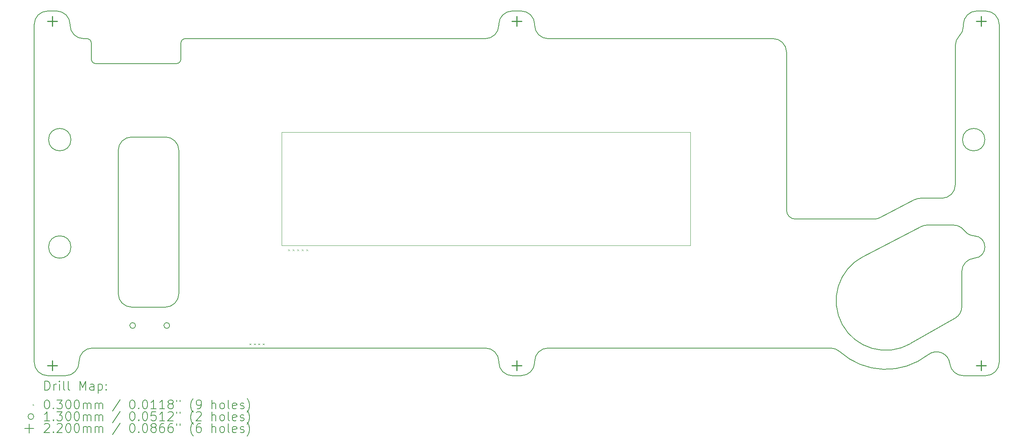
<source format=gbr>
%TF.GenerationSoftware,KiCad,Pcbnew,7.0.2-0*%
%TF.CreationDate,2024-05-09T13:19:16-07:00*%
%TF.ProjectId,New_Coil_Panel_Y,4e65775f-436f-4696-9c5f-50616e656c5f,2.0*%
%TF.SameCoordinates,Original*%
%TF.FileFunction,Drillmap*%
%TF.FilePolarity,Positive*%
%FSLAX45Y45*%
G04 Gerber Fmt 4.5, Leading zero omitted, Abs format (unit mm)*
G04 Created by KiCad (PCBNEW 7.0.2-0) date 2024-05-09 13:19:16*
%MOMM*%
%LPD*%
G01*
G04 APERTURE LIST*
%ADD10C,0.200000*%
%ADD11C,0.100000*%
%ADD12C,0.030000*%
%ADD13C,0.130000*%
%ADD14C,0.220000*%
G04 APERTURE END LIST*
D10*
X16012163Y-12683600D02*
X16012163Y-12666100D01*
X22823237Y-12443994D02*
G75*
G03*
X24801787Y-12514371I1030913J1135394D01*
G01*
X16312163Y-12366093D02*
G75*
G03*
X16012163Y-12666100I7J-300007D01*
G01*
X16312163Y-12366100D02*
X22621570Y-12366100D01*
X5637170Y-5151100D02*
G75*
G03*
X5937163Y-5451100I299990J-10D01*
G01*
X26067163Y-7708600D02*
G75*
G03*
X26067163Y-7708600I-250000J0D01*
G01*
X5537163Y-12983593D02*
G75*
G03*
X5837163Y-12683600I7J299993D01*
G01*
X7013483Y-7648990D02*
X7765963Y-7648990D01*
X5637163Y-5151100D02*
X5637163Y-5133600D01*
X7765963Y-11452383D02*
G75*
G03*
X8065963Y-11152390I7J299993D01*
G01*
X15712163Y-12983593D02*
G75*
G03*
X16012163Y-12683600I7J299993D01*
G01*
X14912163Y-5451093D02*
G75*
G03*
X15212163Y-5151100I7J299993D01*
G01*
X15212170Y-12666100D02*
G75*
G03*
X14912163Y-12366100I-300010J-10D01*
G01*
X15712163Y-4833600D02*
X15512163Y-4833600D01*
X15512163Y-12983600D02*
X15712163Y-12983600D01*
X7765963Y-11452390D02*
X7013483Y-11452390D01*
X15212163Y-12666100D02*
X15212163Y-12683600D01*
X6137163Y-12366093D02*
G75*
G03*
X5837163Y-12666100I7J-300007D01*
G01*
X15512163Y-4833593D02*
G75*
G03*
X15212163Y-5133600I7J-300007D01*
G01*
X25583450Y-12983600D02*
X26087163Y-12983600D01*
X15212170Y-12683600D02*
G75*
G03*
X15512163Y-12983600I299990J-10D01*
G01*
X16012170Y-5133600D02*
G75*
G03*
X15712163Y-4833600I-300010J-10D01*
G01*
X14912163Y-5451100D02*
X8212163Y-5451100D01*
X16012170Y-5151100D02*
G75*
G03*
X16312163Y-5451100I299990J-10D01*
G01*
X8112163Y-5551100D02*
X8112163Y-5908600D01*
X8012163Y-6008593D02*
G75*
G03*
X8112163Y-5908600I7J99993D01*
G01*
X7013483Y-7648983D02*
G75*
G03*
X6713483Y-7948990I7J-300007D01*
G01*
X4837170Y-12683600D02*
G75*
G03*
X5137163Y-12983600I299990J-10D01*
G01*
X24780746Y-9618600D02*
X25366153Y-9618600D01*
X26387170Y-5133600D02*
G75*
G03*
X26087163Y-4833600I-300010J-10D01*
G01*
X16012163Y-5151100D02*
X16012163Y-5133600D01*
X5137163Y-4833593D02*
G75*
G03*
X4837163Y-5133600I7J-300007D01*
G01*
X8212163Y-5451093D02*
G75*
G03*
X8112163Y-5551100I7J-100007D01*
G01*
X6112163Y-5908600D02*
X6112163Y-5551100D01*
X6137163Y-12366100D02*
X14912163Y-12366100D01*
X25496905Y-5390416D02*
G75*
G03*
X25406649Y-5604911I209745J-214494D01*
G01*
X6012163Y-5451100D02*
X5937163Y-5451100D01*
X24634551Y-9018598D02*
G75*
G03*
X24496549Y-9052225I-1J-299982D01*
G01*
X25606452Y-9738997D02*
G75*
G03*
X25366153Y-9618600I-240302J-179613D01*
G01*
X25401581Y-11699996D02*
G75*
G03*
X25552649Y-11439572I-148942J260426D01*
G01*
X23590801Y-9483600D02*
X21837163Y-9483600D01*
X25887163Y-4833593D02*
G75*
G03*
X25587163Y-5133600I7J-300007D01*
G01*
X25401580Y-11699994D02*
X24404184Y-12270391D01*
X15212163Y-5133600D02*
X15212163Y-5151100D01*
X25833293Y-10358079D02*
G75*
G03*
X25830611Y-9858962I-16133J249479D01*
G01*
X8065970Y-7948990D02*
G75*
G03*
X7765963Y-7648990I-300010J-10D01*
G01*
X6713483Y-11152390D02*
X6713483Y-7948990D01*
X26087163Y-12983593D02*
G75*
G03*
X26387163Y-12683600I7J299993D01*
G01*
X5637170Y-5133600D02*
G75*
G03*
X5337163Y-4833600I-300010J-10D01*
G01*
X25833293Y-10358083D02*
G75*
G03*
X25552649Y-10657454I19347J-299367D01*
G01*
X25496906Y-5390416D02*
G75*
G03*
X25587163Y-5175922I-209746J214496D01*
G01*
X25606449Y-9739000D02*
G75*
G03*
X25830611Y-9858962I240311J179630D01*
G01*
X25406649Y-5604911D02*
X25406649Y-8718600D01*
X25106649Y-9018600D02*
X24634551Y-9018600D01*
X8012163Y-6008600D02*
X6212163Y-6008600D01*
X5657163Y-7708600D02*
G75*
G03*
X5657163Y-7708600I-250000J0D01*
G01*
X22823236Y-12443996D02*
G75*
G03*
X22621570Y-12366100I-201656J-222074D01*
G01*
X25552649Y-10657454D02*
X25552649Y-11439572D01*
X25587163Y-5133600D02*
X25587163Y-5175922D01*
X6713490Y-11152390D02*
G75*
G03*
X7013483Y-11452390I299990J-10D01*
G01*
X23344479Y-10324823D02*
X24642744Y-9652225D01*
X25106649Y-9018599D02*
G75*
G03*
X25406649Y-8718600I1J299999D01*
G01*
X4837163Y-5133600D02*
X4837163Y-12683600D01*
X5137163Y-12983600D02*
X5537163Y-12983600D01*
X23344480Y-10324824D02*
G75*
G03*
X24404184Y-12270391I509670J-983776D01*
G01*
X21637163Y-9283600D02*
X21637163Y-5751100D01*
X26387163Y-12683600D02*
X26387163Y-5133600D01*
X6112170Y-5551100D02*
G75*
G03*
X6012163Y-5451100I-100010J-10D01*
G01*
X24496549Y-9052225D02*
X23728803Y-9449975D01*
X6112170Y-5908600D02*
G75*
G03*
X6212163Y-6008600I99990J-10D01*
G01*
X5837163Y-12683600D02*
X5837163Y-12666100D01*
X23590801Y-9483598D02*
G75*
G03*
X23728803Y-9449975I-2J300018D01*
G01*
X25285306Y-12716922D02*
G75*
G03*
X24801787Y-12514371I-298146J-33328D01*
G01*
X25285307Y-12716922D02*
G75*
G03*
X25583450Y-12983600I298153J33332D01*
G01*
X21337163Y-5451100D02*
X16312163Y-5451100D01*
X21637170Y-5751100D02*
G75*
G03*
X21337163Y-5451100I-300010J-10D01*
G01*
X5337163Y-4833600D02*
X5137163Y-4833600D01*
X5657163Y-10108600D02*
G75*
G03*
X5657163Y-10108600I-250000J0D01*
G01*
X26087163Y-4833600D02*
X25887163Y-4833600D01*
D11*
X10363200Y-7543800D02*
X19488070Y-7543800D01*
X19488070Y-10074163D01*
X10363200Y-10074163D01*
X10363200Y-7543800D01*
D10*
X21637170Y-9283600D02*
G75*
G03*
X21837163Y-9483600I199990J-10D01*
G01*
X24780746Y-9618602D02*
G75*
G03*
X24642744Y-9652225I4J-300028D01*
G01*
X8065963Y-7948990D02*
X8065963Y-11152390D01*
D12*
X9646769Y-12263388D02*
X9676769Y-12293388D01*
X9676769Y-12263388D02*
X9646769Y-12293388D01*
X9748369Y-12263388D02*
X9778369Y-12293388D01*
X9778369Y-12263388D02*
X9748369Y-12293388D01*
X9840200Y-12263388D02*
X9870200Y-12293388D01*
X9870200Y-12263388D02*
X9840200Y-12293388D01*
X9941800Y-12263388D02*
X9971800Y-12293388D01*
X9971800Y-12263388D02*
X9941800Y-12293388D01*
X10510369Y-10158388D02*
X10540369Y-10188388D01*
X10540369Y-10158388D02*
X10510369Y-10188388D01*
X10611969Y-10158388D02*
X10641969Y-10188388D01*
X10641969Y-10158388D02*
X10611969Y-10188388D01*
X10713569Y-10158388D02*
X10743569Y-10188388D01*
X10743569Y-10158388D02*
X10713569Y-10188388D01*
X10815169Y-10158388D02*
X10845169Y-10188388D01*
X10845169Y-10158388D02*
X10815169Y-10188388D01*
X10916769Y-10158388D02*
X10946769Y-10188388D01*
X10946769Y-10158388D02*
X10916769Y-10188388D01*
D13*
X7099800Y-11862600D02*
G75*
G03*
X7099800Y-11862600I-65000J0D01*
G01*
X7861800Y-11862600D02*
G75*
G03*
X7861800Y-11862600I-65000J0D01*
G01*
D14*
X5237163Y-4948600D02*
X5237163Y-5168600D01*
X5127163Y-5058600D02*
X5347163Y-5058600D01*
X5237163Y-12648600D02*
X5237163Y-12868600D01*
X5127163Y-12758600D02*
X5347163Y-12758600D01*
X15612163Y-4948600D02*
X15612163Y-5168600D01*
X15502163Y-5058600D02*
X15722163Y-5058600D01*
X15612163Y-12648600D02*
X15612163Y-12868600D01*
X15502163Y-12758600D02*
X15722163Y-12758600D01*
X25987163Y-4948600D02*
X25987163Y-5168600D01*
X25877163Y-5058600D02*
X26097163Y-5058600D01*
X25987163Y-12648600D02*
X25987163Y-12868600D01*
X25877163Y-12758600D02*
X26097163Y-12758600D01*
D10*
X5074782Y-13306124D02*
X5074782Y-13106124D01*
X5074782Y-13106124D02*
X5122401Y-13106124D01*
X5122401Y-13106124D02*
X5150973Y-13115648D01*
X5150973Y-13115648D02*
X5170020Y-13134695D01*
X5170020Y-13134695D02*
X5179544Y-13153743D01*
X5179544Y-13153743D02*
X5189068Y-13191838D01*
X5189068Y-13191838D02*
X5189068Y-13220409D01*
X5189068Y-13220409D02*
X5179544Y-13258505D01*
X5179544Y-13258505D02*
X5170020Y-13277552D01*
X5170020Y-13277552D02*
X5150973Y-13296600D01*
X5150973Y-13296600D02*
X5122401Y-13306124D01*
X5122401Y-13306124D02*
X5074782Y-13306124D01*
X5274782Y-13306124D02*
X5274782Y-13172790D01*
X5274782Y-13210886D02*
X5284306Y-13191838D01*
X5284306Y-13191838D02*
X5293830Y-13182314D01*
X5293830Y-13182314D02*
X5312877Y-13172790D01*
X5312877Y-13172790D02*
X5331925Y-13172790D01*
X5398592Y-13306124D02*
X5398592Y-13172790D01*
X5398592Y-13106124D02*
X5389068Y-13115648D01*
X5389068Y-13115648D02*
X5398592Y-13125171D01*
X5398592Y-13125171D02*
X5408115Y-13115648D01*
X5408115Y-13115648D02*
X5398592Y-13106124D01*
X5398592Y-13106124D02*
X5398592Y-13125171D01*
X5522401Y-13306124D02*
X5503354Y-13296600D01*
X5503354Y-13296600D02*
X5493830Y-13277552D01*
X5493830Y-13277552D02*
X5493830Y-13106124D01*
X5627163Y-13306124D02*
X5608115Y-13296600D01*
X5608115Y-13296600D02*
X5598592Y-13277552D01*
X5598592Y-13277552D02*
X5598592Y-13106124D01*
X5855734Y-13306124D02*
X5855734Y-13106124D01*
X5855734Y-13106124D02*
X5922401Y-13248981D01*
X5922401Y-13248981D02*
X5989068Y-13106124D01*
X5989068Y-13106124D02*
X5989068Y-13306124D01*
X6170020Y-13306124D02*
X6170020Y-13201362D01*
X6170020Y-13201362D02*
X6160496Y-13182314D01*
X6160496Y-13182314D02*
X6141449Y-13172790D01*
X6141449Y-13172790D02*
X6103353Y-13172790D01*
X6103353Y-13172790D02*
X6084306Y-13182314D01*
X6170020Y-13296600D02*
X6150973Y-13306124D01*
X6150973Y-13306124D02*
X6103353Y-13306124D01*
X6103353Y-13306124D02*
X6084306Y-13296600D01*
X6084306Y-13296600D02*
X6074782Y-13277552D01*
X6074782Y-13277552D02*
X6074782Y-13258505D01*
X6074782Y-13258505D02*
X6084306Y-13239457D01*
X6084306Y-13239457D02*
X6103353Y-13229933D01*
X6103353Y-13229933D02*
X6150973Y-13229933D01*
X6150973Y-13229933D02*
X6170020Y-13220409D01*
X6265258Y-13172790D02*
X6265258Y-13372790D01*
X6265258Y-13182314D02*
X6284306Y-13172790D01*
X6284306Y-13172790D02*
X6322401Y-13172790D01*
X6322401Y-13172790D02*
X6341449Y-13182314D01*
X6341449Y-13182314D02*
X6350973Y-13191838D01*
X6350973Y-13191838D02*
X6360496Y-13210886D01*
X6360496Y-13210886D02*
X6360496Y-13268028D01*
X6360496Y-13268028D02*
X6350973Y-13287076D01*
X6350973Y-13287076D02*
X6341449Y-13296600D01*
X6341449Y-13296600D02*
X6322401Y-13306124D01*
X6322401Y-13306124D02*
X6284306Y-13306124D01*
X6284306Y-13306124D02*
X6265258Y-13296600D01*
X6446211Y-13287076D02*
X6455734Y-13296600D01*
X6455734Y-13296600D02*
X6446211Y-13306124D01*
X6446211Y-13306124D02*
X6436687Y-13296600D01*
X6436687Y-13296600D02*
X6446211Y-13287076D01*
X6446211Y-13287076D02*
X6446211Y-13306124D01*
X6446211Y-13182314D02*
X6455734Y-13191838D01*
X6455734Y-13191838D02*
X6446211Y-13201362D01*
X6446211Y-13201362D02*
X6436687Y-13191838D01*
X6436687Y-13191838D02*
X6446211Y-13182314D01*
X6446211Y-13182314D02*
X6446211Y-13201362D01*
D12*
X4797163Y-13618600D02*
X4827163Y-13648600D01*
X4827163Y-13618600D02*
X4797163Y-13648600D01*
D10*
X5112877Y-13526124D02*
X5131925Y-13526124D01*
X5131925Y-13526124D02*
X5150973Y-13535648D01*
X5150973Y-13535648D02*
X5160496Y-13545171D01*
X5160496Y-13545171D02*
X5170020Y-13564219D01*
X5170020Y-13564219D02*
X5179544Y-13602314D01*
X5179544Y-13602314D02*
X5179544Y-13649933D01*
X5179544Y-13649933D02*
X5170020Y-13688028D01*
X5170020Y-13688028D02*
X5160496Y-13707076D01*
X5160496Y-13707076D02*
X5150973Y-13716600D01*
X5150973Y-13716600D02*
X5131925Y-13726124D01*
X5131925Y-13726124D02*
X5112877Y-13726124D01*
X5112877Y-13726124D02*
X5093830Y-13716600D01*
X5093830Y-13716600D02*
X5084306Y-13707076D01*
X5084306Y-13707076D02*
X5074782Y-13688028D01*
X5074782Y-13688028D02*
X5065258Y-13649933D01*
X5065258Y-13649933D02*
X5065258Y-13602314D01*
X5065258Y-13602314D02*
X5074782Y-13564219D01*
X5074782Y-13564219D02*
X5084306Y-13545171D01*
X5084306Y-13545171D02*
X5093830Y-13535648D01*
X5093830Y-13535648D02*
X5112877Y-13526124D01*
X5265258Y-13707076D02*
X5274782Y-13716600D01*
X5274782Y-13716600D02*
X5265258Y-13726124D01*
X5265258Y-13726124D02*
X5255735Y-13716600D01*
X5255735Y-13716600D02*
X5265258Y-13707076D01*
X5265258Y-13707076D02*
X5265258Y-13726124D01*
X5341449Y-13526124D02*
X5465258Y-13526124D01*
X5465258Y-13526124D02*
X5398592Y-13602314D01*
X5398592Y-13602314D02*
X5427163Y-13602314D01*
X5427163Y-13602314D02*
X5446211Y-13611838D01*
X5446211Y-13611838D02*
X5455735Y-13621362D01*
X5455735Y-13621362D02*
X5465258Y-13640409D01*
X5465258Y-13640409D02*
X5465258Y-13688028D01*
X5465258Y-13688028D02*
X5455735Y-13707076D01*
X5455735Y-13707076D02*
X5446211Y-13716600D01*
X5446211Y-13716600D02*
X5427163Y-13726124D01*
X5427163Y-13726124D02*
X5370020Y-13726124D01*
X5370020Y-13726124D02*
X5350973Y-13716600D01*
X5350973Y-13716600D02*
X5341449Y-13707076D01*
X5589068Y-13526124D02*
X5608115Y-13526124D01*
X5608115Y-13526124D02*
X5627163Y-13535648D01*
X5627163Y-13535648D02*
X5636687Y-13545171D01*
X5636687Y-13545171D02*
X5646211Y-13564219D01*
X5646211Y-13564219D02*
X5655734Y-13602314D01*
X5655734Y-13602314D02*
X5655734Y-13649933D01*
X5655734Y-13649933D02*
X5646211Y-13688028D01*
X5646211Y-13688028D02*
X5636687Y-13707076D01*
X5636687Y-13707076D02*
X5627163Y-13716600D01*
X5627163Y-13716600D02*
X5608115Y-13726124D01*
X5608115Y-13726124D02*
X5589068Y-13726124D01*
X5589068Y-13726124D02*
X5570020Y-13716600D01*
X5570020Y-13716600D02*
X5560496Y-13707076D01*
X5560496Y-13707076D02*
X5550973Y-13688028D01*
X5550973Y-13688028D02*
X5541449Y-13649933D01*
X5541449Y-13649933D02*
X5541449Y-13602314D01*
X5541449Y-13602314D02*
X5550973Y-13564219D01*
X5550973Y-13564219D02*
X5560496Y-13545171D01*
X5560496Y-13545171D02*
X5570020Y-13535648D01*
X5570020Y-13535648D02*
X5589068Y-13526124D01*
X5779544Y-13526124D02*
X5798592Y-13526124D01*
X5798592Y-13526124D02*
X5817639Y-13535648D01*
X5817639Y-13535648D02*
X5827163Y-13545171D01*
X5827163Y-13545171D02*
X5836687Y-13564219D01*
X5836687Y-13564219D02*
X5846211Y-13602314D01*
X5846211Y-13602314D02*
X5846211Y-13649933D01*
X5846211Y-13649933D02*
X5836687Y-13688028D01*
X5836687Y-13688028D02*
X5827163Y-13707076D01*
X5827163Y-13707076D02*
X5817639Y-13716600D01*
X5817639Y-13716600D02*
X5798592Y-13726124D01*
X5798592Y-13726124D02*
X5779544Y-13726124D01*
X5779544Y-13726124D02*
X5760496Y-13716600D01*
X5760496Y-13716600D02*
X5750973Y-13707076D01*
X5750973Y-13707076D02*
X5741449Y-13688028D01*
X5741449Y-13688028D02*
X5731925Y-13649933D01*
X5731925Y-13649933D02*
X5731925Y-13602314D01*
X5731925Y-13602314D02*
X5741449Y-13564219D01*
X5741449Y-13564219D02*
X5750973Y-13545171D01*
X5750973Y-13545171D02*
X5760496Y-13535648D01*
X5760496Y-13535648D02*
X5779544Y-13526124D01*
X5931925Y-13726124D02*
X5931925Y-13592790D01*
X5931925Y-13611838D02*
X5941449Y-13602314D01*
X5941449Y-13602314D02*
X5960496Y-13592790D01*
X5960496Y-13592790D02*
X5989068Y-13592790D01*
X5989068Y-13592790D02*
X6008115Y-13602314D01*
X6008115Y-13602314D02*
X6017639Y-13621362D01*
X6017639Y-13621362D02*
X6017639Y-13726124D01*
X6017639Y-13621362D02*
X6027163Y-13602314D01*
X6027163Y-13602314D02*
X6046211Y-13592790D01*
X6046211Y-13592790D02*
X6074782Y-13592790D01*
X6074782Y-13592790D02*
X6093830Y-13602314D01*
X6093830Y-13602314D02*
X6103354Y-13621362D01*
X6103354Y-13621362D02*
X6103354Y-13726124D01*
X6198592Y-13726124D02*
X6198592Y-13592790D01*
X6198592Y-13611838D02*
X6208115Y-13602314D01*
X6208115Y-13602314D02*
X6227163Y-13592790D01*
X6227163Y-13592790D02*
X6255735Y-13592790D01*
X6255735Y-13592790D02*
X6274782Y-13602314D01*
X6274782Y-13602314D02*
X6284306Y-13621362D01*
X6284306Y-13621362D02*
X6284306Y-13726124D01*
X6284306Y-13621362D02*
X6293830Y-13602314D01*
X6293830Y-13602314D02*
X6312877Y-13592790D01*
X6312877Y-13592790D02*
X6341449Y-13592790D01*
X6341449Y-13592790D02*
X6360496Y-13602314D01*
X6360496Y-13602314D02*
X6370020Y-13621362D01*
X6370020Y-13621362D02*
X6370020Y-13726124D01*
X6760496Y-13516600D02*
X6589068Y-13773743D01*
X7017639Y-13526124D02*
X7036687Y-13526124D01*
X7036687Y-13526124D02*
X7055735Y-13535648D01*
X7055735Y-13535648D02*
X7065258Y-13545171D01*
X7065258Y-13545171D02*
X7074782Y-13564219D01*
X7074782Y-13564219D02*
X7084306Y-13602314D01*
X7084306Y-13602314D02*
X7084306Y-13649933D01*
X7084306Y-13649933D02*
X7074782Y-13688028D01*
X7074782Y-13688028D02*
X7065258Y-13707076D01*
X7065258Y-13707076D02*
X7055735Y-13716600D01*
X7055735Y-13716600D02*
X7036687Y-13726124D01*
X7036687Y-13726124D02*
X7017639Y-13726124D01*
X7017639Y-13726124D02*
X6998592Y-13716600D01*
X6998592Y-13716600D02*
X6989068Y-13707076D01*
X6989068Y-13707076D02*
X6979544Y-13688028D01*
X6979544Y-13688028D02*
X6970020Y-13649933D01*
X6970020Y-13649933D02*
X6970020Y-13602314D01*
X6970020Y-13602314D02*
X6979544Y-13564219D01*
X6979544Y-13564219D02*
X6989068Y-13545171D01*
X6989068Y-13545171D02*
X6998592Y-13535648D01*
X6998592Y-13535648D02*
X7017639Y-13526124D01*
X7170020Y-13707076D02*
X7179544Y-13716600D01*
X7179544Y-13716600D02*
X7170020Y-13726124D01*
X7170020Y-13726124D02*
X7160497Y-13716600D01*
X7160497Y-13716600D02*
X7170020Y-13707076D01*
X7170020Y-13707076D02*
X7170020Y-13726124D01*
X7303354Y-13526124D02*
X7322401Y-13526124D01*
X7322401Y-13526124D02*
X7341449Y-13535648D01*
X7341449Y-13535648D02*
X7350973Y-13545171D01*
X7350973Y-13545171D02*
X7360497Y-13564219D01*
X7360497Y-13564219D02*
X7370020Y-13602314D01*
X7370020Y-13602314D02*
X7370020Y-13649933D01*
X7370020Y-13649933D02*
X7360497Y-13688028D01*
X7360497Y-13688028D02*
X7350973Y-13707076D01*
X7350973Y-13707076D02*
X7341449Y-13716600D01*
X7341449Y-13716600D02*
X7322401Y-13726124D01*
X7322401Y-13726124D02*
X7303354Y-13726124D01*
X7303354Y-13726124D02*
X7284306Y-13716600D01*
X7284306Y-13716600D02*
X7274782Y-13707076D01*
X7274782Y-13707076D02*
X7265258Y-13688028D01*
X7265258Y-13688028D02*
X7255735Y-13649933D01*
X7255735Y-13649933D02*
X7255735Y-13602314D01*
X7255735Y-13602314D02*
X7265258Y-13564219D01*
X7265258Y-13564219D02*
X7274782Y-13545171D01*
X7274782Y-13545171D02*
X7284306Y-13535648D01*
X7284306Y-13535648D02*
X7303354Y-13526124D01*
X7560497Y-13726124D02*
X7446211Y-13726124D01*
X7503354Y-13726124D02*
X7503354Y-13526124D01*
X7503354Y-13526124D02*
X7484306Y-13554695D01*
X7484306Y-13554695D02*
X7465258Y-13573743D01*
X7465258Y-13573743D02*
X7446211Y-13583267D01*
X7750973Y-13726124D02*
X7636687Y-13726124D01*
X7693830Y-13726124D02*
X7693830Y-13526124D01*
X7693830Y-13526124D02*
X7674782Y-13554695D01*
X7674782Y-13554695D02*
X7655735Y-13573743D01*
X7655735Y-13573743D02*
X7636687Y-13583267D01*
X7865258Y-13611838D02*
X7846211Y-13602314D01*
X7846211Y-13602314D02*
X7836687Y-13592790D01*
X7836687Y-13592790D02*
X7827163Y-13573743D01*
X7827163Y-13573743D02*
X7827163Y-13564219D01*
X7827163Y-13564219D02*
X7836687Y-13545171D01*
X7836687Y-13545171D02*
X7846211Y-13535648D01*
X7846211Y-13535648D02*
X7865258Y-13526124D01*
X7865258Y-13526124D02*
X7903354Y-13526124D01*
X7903354Y-13526124D02*
X7922401Y-13535648D01*
X7922401Y-13535648D02*
X7931925Y-13545171D01*
X7931925Y-13545171D02*
X7941449Y-13564219D01*
X7941449Y-13564219D02*
X7941449Y-13573743D01*
X7941449Y-13573743D02*
X7931925Y-13592790D01*
X7931925Y-13592790D02*
X7922401Y-13602314D01*
X7922401Y-13602314D02*
X7903354Y-13611838D01*
X7903354Y-13611838D02*
X7865258Y-13611838D01*
X7865258Y-13611838D02*
X7846211Y-13621362D01*
X7846211Y-13621362D02*
X7836687Y-13630886D01*
X7836687Y-13630886D02*
X7827163Y-13649933D01*
X7827163Y-13649933D02*
X7827163Y-13688028D01*
X7827163Y-13688028D02*
X7836687Y-13707076D01*
X7836687Y-13707076D02*
X7846211Y-13716600D01*
X7846211Y-13716600D02*
X7865258Y-13726124D01*
X7865258Y-13726124D02*
X7903354Y-13726124D01*
X7903354Y-13726124D02*
X7922401Y-13716600D01*
X7922401Y-13716600D02*
X7931925Y-13707076D01*
X7931925Y-13707076D02*
X7941449Y-13688028D01*
X7941449Y-13688028D02*
X7941449Y-13649933D01*
X7941449Y-13649933D02*
X7931925Y-13630886D01*
X7931925Y-13630886D02*
X7922401Y-13621362D01*
X7922401Y-13621362D02*
X7903354Y-13611838D01*
X8017639Y-13526124D02*
X8017639Y-13564219D01*
X8093830Y-13526124D02*
X8093830Y-13564219D01*
X8389068Y-13802314D02*
X8379544Y-13792790D01*
X8379544Y-13792790D02*
X8360497Y-13764219D01*
X8360497Y-13764219D02*
X8350973Y-13745171D01*
X8350973Y-13745171D02*
X8341449Y-13716600D01*
X8341449Y-13716600D02*
X8331925Y-13668981D01*
X8331925Y-13668981D02*
X8331925Y-13630886D01*
X8331925Y-13630886D02*
X8341449Y-13583267D01*
X8341449Y-13583267D02*
X8350973Y-13554695D01*
X8350973Y-13554695D02*
X8360497Y-13535648D01*
X8360497Y-13535648D02*
X8379544Y-13507076D01*
X8379544Y-13507076D02*
X8389068Y-13497552D01*
X8474782Y-13726124D02*
X8512878Y-13726124D01*
X8512878Y-13726124D02*
X8531925Y-13716600D01*
X8531925Y-13716600D02*
X8541449Y-13707076D01*
X8541449Y-13707076D02*
X8560497Y-13678505D01*
X8560497Y-13678505D02*
X8570021Y-13640409D01*
X8570021Y-13640409D02*
X8570021Y-13564219D01*
X8570021Y-13564219D02*
X8560497Y-13545171D01*
X8560497Y-13545171D02*
X8550973Y-13535648D01*
X8550973Y-13535648D02*
X8531925Y-13526124D01*
X8531925Y-13526124D02*
X8493830Y-13526124D01*
X8493830Y-13526124D02*
X8474782Y-13535648D01*
X8474782Y-13535648D02*
X8465259Y-13545171D01*
X8465259Y-13545171D02*
X8455735Y-13564219D01*
X8455735Y-13564219D02*
X8455735Y-13611838D01*
X8455735Y-13611838D02*
X8465259Y-13630886D01*
X8465259Y-13630886D02*
X8474782Y-13640409D01*
X8474782Y-13640409D02*
X8493830Y-13649933D01*
X8493830Y-13649933D02*
X8531925Y-13649933D01*
X8531925Y-13649933D02*
X8550973Y-13640409D01*
X8550973Y-13640409D02*
X8560497Y-13630886D01*
X8560497Y-13630886D02*
X8570021Y-13611838D01*
X8808116Y-13726124D02*
X8808116Y-13526124D01*
X8893830Y-13726124D02*
X8893830Y-13621362D01*
X8893830Y-13621362D02*
X8884306Y-13602314D01*
X8884306Y-13602314D02*
X8865259Y-13592790D01*
X8865259Y-13592790D02*
X8836687Y-13592790D01*
X8836687Y-13592790D02*
X8817640Y-13602314D01*
X8817640Y-13602314D02*
X8808116Y-13611838D01*
X9017640Y-13726124D02*
X8998592Y-13716600D01*
X8998592Y-13716600D02*
X8989068Y-13707076D01*
X8989068Y-13707076D02*
X8979544Y-13688028D01*
X8979544Y-13688028D02*
X8979544Y-13630886D01*
X8979544Y-13630886D02*
X8989068Y-13611838D01*
X8989068Y-13611838D02*
X8998592Y-13602314D01*
X8998592Y-13602314D02*
X9017640Y-13592790D01*
X9017640Y-13592790D02*
X9046211Y-13592790D01*
X9046211Y-13592790D02*
X9065259Y-13602314D01*
X9065259Y-13602314D02*
X9074783Y-13611838D01*
X9074783Y-13611838D02*
X9084306Y-13630886D01*
X9084306Y-13630886D02*
X9084306Y-13688028D01*
X9084306Y-13688028D02*
X9074783Y-13707076D01*
X9074783Y-13707076D02*
X9065259Y-13716600D01*
X9065259Y-13716600D02*
X9046211Y-13726124D01*
X9046211Y-13726124D02*
X9017640Y-13726124D01*
X9198592Y-13726124D02*
X9179544Y-13716600D01*
X9179544Y-13716600D02*
X9170021Y-13697552D01*
X9170021Y-13697552D02*
X9170021Y-13526124D01*
X9350973Y-13716600D02*
X9331925Y-13726124D01*
X9331925Y-13726124D02*
X9293830Y-13726124D01*
X9293830Y-13726124D02*
X9274783Y-13716600D01*
X9274783Y-13716600D02*
X9265259Y-13697552D01*
X9265259Y-13697552D02*
X9265259Y-13621362D01*
X9265259Y-13621362D02*
X9274783Y-13602314D01*
X9274783Y-13602314D02*
X9293830Y-13592790D01*
X9293830Y-13592790D02*
X9331925Y-13592790D01*
X9331925Y-13592790D02*
X9350973Y-13602314D01*
X9350973Y-13602314D02*
X9360497Y-13621362D01*
X9360497Y-13621362D02*
X9360497Y-13640409D01*
X9360497Y-13640409D02*
X9265259Y-13659457D01*
X9436687Y-13716600D02*
X9455735Y-13726124D01*
X9455735Y-13726124D02*
X9493830Y-13726124D01*
X9493830Y-13726124D02*
X9512878Y-13716600D01*
X9512878Y-13716600D02*
X9522402Y-13697552D01*
X9522402Y-13697552D02*
X9522402Y-13688028D01*
X9522402Y-13688028D02*
X9512878Y-13668981D01*
X9512878Y-13668981D02*
X9493830Y-13659457D01*
X9493830Y-13659457D02*
X9465259Y-13659457D01*
X9465259Y-13659457D02*
X9446211Y-13649933D01*
X9446211Y-13649933D02*
X9436687Y-13630886D01*
X9436687Y-13630886D02*
X9436687Y-13621362D01*
X9436687Y-13621362D02*
X9446211Y-13602314D01*
X9446211Y-13602314D02*
X9465259Y-13592790D01*
X9465259Y-13592790D02*
X9493830Y-13592790D01*
X9493830Y-13592790D02*
X9512878Y-13602314D01*
X9589068Y-13802314D02*
X9598592Y-13792790D01*
X9598592Y-13792790D02*
X9617640Y-13764219D01*
X9617640Y-13764219D02*
X9627164Y-13745171D01*
X9627164Y-13745171D02*
X9636687Y-13716600D01*
X9636687Y-13716600D02*
X9646211Y-13668981D01*
X9646211Y-13668981D02*
X9646211Y-13630886D01*
X9646211Y-13630886D02*
X9636687Y-13583267D01*
X9636687Y-13583267D02*
X9627164Y-13554695D01*
X9627164Y-13554695D02*
X9617640Y-13535648D01*
X9617640Y-13535648D02*
X9598592Y-13507076D01*
X9598592Y-13507076D02*
X9589068Y-13497552D01*
D13*
X4827163Y-13897600D02*
G75*
G03*
X4827163Y-13897600I-65000J0D01*
G01*
D10*
X5179544Y-13990124D02*
X5065258Y-13990124D01*
X5122401Y-13990124D02*
X5122401Y-13790124D01*
X5122401Y-13790124D02*
X5103354Y-13818695D01*
X5103354Y-13818695D02*
X5084306Y-13837743D01*
X5084306Y-13837743D02*
X5065258Y-13847267D01*
X5265258Y-13971076D02*
X5274782Y-13980600D01*
X5274782Y-13980600D02*
X5265258Y-13990124D01*
X5265258Y-13990124D02*
X5255735Y-13980600D01*
X5255735Y-13980600D02*
X5265258Y-13971076D01*
X5265258Y-13971076D02*
X5265258Y-13990124D01*
X5341449Y-13790124D02*
X5465258Y-13790124D01*
X5465258Y-13790124D02*
X5398592Y-13866314D01*
X5398592Y-13866314D02*
X5427163Y-13866314D01*
X5427163Y-13866314D02*
X5446211Y-13875838D01*
X5446211Y-13875838D02*
X5455735Y-13885362D01*
X5455735Y-13885362D02*
X5465258Y-13904409D01*
X5465258Y-13904409D02*
X5465258Y-13952028D01*
X5465258Y-13952028D02*
X5455735Y-13971076D01*
X5455735Y-13971076D02*
X5446211Y-13980600D01*
X5446211Y-13980600D02*
X5427163Y-13990124D01*
X5427163Y-13990124D02*
X5370020Y-13990124D01*
X5370020Y-13990124D02*
X5350973Y-13980600D01*
X5350973Y-13980600D02*
X5341449Y-13971076D01*
X5589068Y-13790124D02*
X5608115Y-13790124D01*
X5608115Y-13790124D02*
X5627163Y-13799648D01*
X5627163Y-13799648D02*
X5636687Y-13809171D01*
X5636687Y-13809171D02*
X5646211Y-13828219D01*
X5646211Y-13828219D02*
X5655734Y-13866314D01*
X5655734Y-13866314D02*
X5655734Y-13913933D01*
X5655734Y-13913933D02*
X5646211Y-13952028D01*
X5646211Y-13952028D02*
X5636687Y-13971076D01*
X5636687Y-13971076D02*
X5627163Y-13980600D01*
X5627163Y-13980600D02*
X5608115Y-13990124D01*
X5608115Y-13990124D02*
X5589068Y-13990124D01*
X5589068Y-13990124D02*
X5570020Y-13980600D01*
X5570020Y-13980600D02*
X5560496Y-13971076D01*
X5560496Y-13971076D02*
X5550973Y-13952028D01*
X5550973Y-13952028D02*
X5541449Y-13913933D01*
X5541449Y-13913933D02*
X5541449Y-13866314D01*
X5541449Y-13866314D02*
X5550973Y-13828219D01*
X5550973Y-13828219D02*
X5560496Y-13809171D01*
X5560496Y-13809171D02*
X5570020Y-13799648D01*
X5570020Y-13799648D02*
X5589068Y-13790124D01*
X5779544Y-13790124D02*
X5798592Y-13790124D01*
X5798592Y-13790124D02*
X5817639Y-13799648D01*
X5817639Y-13799648D02*
X5827163Y-13809171D01*
X5827163Y-13809171D02*
X5836687Y-13828219D01*
X5836687Y-13828219D02*
X5846211Y-13866314D01*
X5846211Y-13866314D02*
X5846211Y-13913933D01*
X5846211Y-13913933D02*
X5836687Y-13952028D01*
X5836687Y-13952028D02*
X5827163Y-13971076D01*
X5827163Y-13971076D02*
X5817639Y-13980600D01*
X5817639Y-13980600D02*
X5798592Y-13990124D01*
X5798592Y-13990124D02*
X5779544Y-13990124D01*
X5779544Y-13990124D02*
X5760496Y-13980600D01*
X5760496Y-13980600D02*
X5750973Y-13971076D01*
X5750973Y-13971076D02*
X5741449Y-13952028D01*
X5741449Y-13952028D02*
X5731925Y-13913933D01*
X5731925Y-13913933D02*
X5731925Y-13866314D01*
X5731925Y-13866314D02*
X5741449Y-13828219D01*
X5741449Y-13828219D02*
X5750973Y-13809171D01*
X5750973Y-13809171D02*
X5760496Y-13799648D01*
X5760496Y-13799648D02*
X5779544Y-13790124D01*
X5931925Y-13990124D02*
X5931925Y-13856790D01*
X5931925Y-13875838D02*
X5941449Y-13866314D01*
X5941449Y-13866314D02*
X5960496Y-13856790D01*
X5960496Y-13856790D02*
X5989068Y-13856790D01*
X5989068Y-13856790D02*
X6008115Y-13866314D01*
X6008115Y-13866314D02*
X6017639Y-13885362D01*
X6017639Y-13885362D02*
X6017639Y-13990124D01*
X6017639Y-13885362D02*
X6027163Y-13866314D01*
X6027163Y-13866314D02*
X6046211Y-13856790D01*
X6046211Y-13856790D02*
X6074782Y-13856790D01*
X6074782Y-13856790D02*
X6093830Y-13866314D01*
X6093830Y-13866314D02*
X6103354Y-13885362D01*
X6103354Y-13885362D02*
X6103354Y-13990124D01*
X6198592Y-13990124D02*
X6198592Y-13856790D01*
X6198592Y-13875838D02*
X6208115Y-13866314D01*
X6208115Y-13866314D02*
X6227163Y-13856790D01*
X6227163Y-13856790D02*
X6255735Y-13856790D01*
X6255735Y-13856790D02*
X6274782Y-13866314D01*
X6274782Y-13866314D02*
X6284306Y-13885362D01*
X6284306Y-13885362D02*
X6284306Y-13990124D01*
X6284306Y-13885362D02*
X6293830Y-13866314D01*
X6293830Y-13866314D02*
X6312877Y-13856790D01*
X6312877Y-13856790D02*
X6341449Y-13856790D01*
X6341449Y-13856790D02*
X6360496Y-13866314D01*
X6360496Y-13866314D02*
X6370020Y-13885362D01*
X6370020Y-13885362D02*
X6370020Y-13990124D01*
X6760496Y-13780600D02*
X6589068Y-14037743D01*
X7017639Y-13790124D02*
X7036687Y-13790124D01*
X7036687Y-13790124D02*
X7055735Y-13799648D01*
X7055735Y-13799648D02*
X7065258Y-13809171D01*
X7065258Y-13809171D02*
X7074782Y-13828219D01*
X7074782Y-13828219D02*
X7084306Y-13866314D01*
X7084306Y-13866314D02*
X7084306Y-13913933D01*
X7084306Y-13913933D02*
X7074782Y-13952028D01*
X7074782Y-13952028D02*
X7065258Y-13971076D01*
X7065258Y-13971076D02*
X7055735Y-13980600D01*
X7055735Y-13980600D02*
X7036687Y-13990124D01*
X7036687Y-13990124D02*
X7017639Y-13990124D01*
X7017639Y-13990124D02*
X6998592Y-13980600D01*
X6998592Y-13980600D02*
X6989068Y-13971076D01*
X6989068Y-13971076D02*
X6979544Y-13952028D01*
X6979544Y-13952028D02*
X6970020Y-13913933D01*
X6970020Y-13913933D02*
X6970020Y-13866314D01*
X6970020Y-13866314D02*
X6979544Y-13828219D01*
X6979544Y-13828219D02*
X6989068Y-13809171D01*
X6989068Y-13809171D02*
X6998592Y-13799648D01*
X6998592Y-13799648D02*
X7017639Y-13790124D01*
X7170020Y-13971076D02*
X7179544Y-13980600D01*
X7179544Y-13980600D02*
X7170020Y-13990124D01*
X7170020Y-13990124D02*
X7160497Y-13980600D01*
X7160497Y-13980600D02*
X7170020Y-13971076D01*
X7170020Y-13971076D02*
X7170020Y-13990124D01*
X7303354Y-13790124D02*
X7322401Y-13790124D01*
X7322401Y-13790124D02*
X7341449Y-13799648D01*
X7341449Y-13799648D02*
X7350973Y-13809171D01*
X7350973Y-13809171D02*
X7360497Y-13828219D01*
X7360497Y-13828219D02*
X7370020Y-13866314D01*
X7370020Y-13866314D02*
X7370020Y-13913933D01*
X7370020Y-13913933D02*
X7360497Y-13952028D01*
X7360497Y-13952028D02*
X7350973Y-13971076D01*
X7350973Y-13971076D02*
X7341449Y-13980600D01*
X7341449Y-13980600D02*
X7322401Y-13990124D01*
X7322401Y-13990124D02*
X7303354Y-13990124D01*
X7303354Y-13990124D02*
X7284306Y-13980600D01*
X7284306Y-13980600D02*
X7274782Y-13971076D01*
X7274782Y-13971076D02*
X7265258Y-13952028D01*
X7265258Y-13952028D02*
X7255735Y-13913933D01*
X7255735Y-13913933D02*
X7255735Y-13866314D01*
X7255735Y-13866314D02*
X7265258Y-13828219D01*
X7265258Y-13828219D02*
X7274782Y-13809171D01*
X7274782Y-13809171D02*
X7284306Y-13799648D01*
X7284306Y-13799648D02*
X7303354Y-13790124D01*
X7550973Y-13790124D02*
X7455735Y-13790124D01*
X7455735Y-13790124D02*
X7446211Y-13885362D01*
X7446211Y-13885362D02*
X7455735Y-13875838D01*
X7455735Y-13875838D02*
X7474782Y-13866314D01*
X7474782Y-13866314D02*
X7522401Y-13866314D01*
X7522401Y-13866314D02*
X7541449Y-13875838D01*
X7541449Y-13875838D02*
X7550973Y-13885362D01*
X7550973Y-13885362D02*
X7560497Y-13904409D01*
X7560497Y-13904409D02*
X7560497Y-13952028D01*
X7560497Y-13952028D02*
X7550973Y-13971076D01*
X7550973Y-13971076D02*
X7541449Y-13980600D01*
X7541449Y-13980600D02*
X7522401Y-13990124D01*
X7522401Y-13990124D02*
X7474782Y-13990124D01*
X7474782Y-13990124D02*
X7455735Y-13980600D01*
X7455735Y-13980600D02*
X7446211Y-13971076D01*
X7750973Y-13990124D02*
X7636687Y-13990124D01*
X7693830Y-13990124D02*
X7693830Y-13790124D01*
X7693830Y-13790124D02*
X7674782Y-13818695D01*
X7674782Y-13818695D02*
X7655735Y-13837743D01*
X7655735Y-13837743D02*
X7636687Y-13847267D01*
X7827163Y-13809171D02*
X7836687Y-13799648D01*
X7836687Y-13799648D02*
X7855735Y-13790124D01*
X7855735Y-13790124D02*
X7903354Y-13790124D01*
X7903354Y-13790124D02*
X7922401Y-13799648D01*
X7922401Y-13799648D02*
X7931925Y-13809171D01*
X7931925Y-13809171D02*
X7941449Y-13828219D01*
X7941449Y-13828219D02*
X7941449Y-13847267D01*
X7941449Y-13847267D02*
X7931925Y-13875838D01*
X7931925Y-13875838D02*
X7817639Y-13990124D01*
X7817639Y-13990124D02*
X7941449Y-13990124D01*
X8017639Y-13790124D02*
X8017639Y-13828219D01*
X8093830Y-13790124D02*
X8093830Y-13828219D01*
X8389068Y-14066314D02*
X8379544Y-14056790D01*
X8379544Y-14056790D02*
X8360497Y-14028219D01*
X8360497Y-14028219D02*
X8350973Y-14009171D01*
X8350973Y-14009171D02*
X8341449Y-13980600D01*
X8341449Y-13980600D02*
X8331925Y-13932981D01*
X8331925Y-13932981D02*
X8331925Y-13894886D01*
X8331925Y-13894886D02*
X8341449Y-13847267D01*
X8341449Y-13847267D02*
X8350973Y-13818695D01*
X8350973Y-13818695D02*
X8360497Y-13799648D01*
X8360497Y-13799648D02*
X8379544Y-13771076D01*
X8379544Y-13771076D02*
X8389068Y-13761552D01*
X8455735Y-13809171D02*
X8465259Y-13799648D01*
X8465259Y-13799648D02*
X8484306Y-13790124D01*
X8484306Y-13790124D02*
X8531925Y-13790124D01*
X8531925Y-13790124D02*
X8550973Y-13799648D01*
X8550973Y-13799648D02*
X8560497Y-13809171D01*
X8560497Y-13809171D02*
X8570021Y-13828219D01*
X8570021Y-13828219D02*
X8570021Y-13847267D01*
X8570021Y-13847267D02*
X8560497Y-13875838D01*
X8560497Y-13875838D02*
X8446211Y-13990124D01*
X8446211Y-13990124D02*
X8570021Y-13990124D01*
X8808116Y-13990124D02*
X8808116Y-13790124D01*
X8893830Y-13990124D02*
X8893830Y-13885362D01*
X8893830Y-13885362D02*
X8884306Y-13866314D01*
X8884306Y-13866314D02*
X8865259Y-13856790D01*
X8865259Y-13856790D02*
X8836687Y-13856790D01*
X8836687Y-13856790D02*
X8817640Y-13866314D01*
X8817640Y-13866314D02*
X8808116Y-13875838D01*
X9017640Y-13990124D02*
X8998592Y-13980600D01*
X8998592Y-13980600D02*
X8989068Y-13971076D01*
X8989068Y-13971076D02*
X8979544Y-13952028D01*
X8979544Y-13952028D02*
X8979544Y-13894886D01*
X8979544Y-13894886D02*
X8989068Y-13875838D01*
X8989068Y-13875838D02*
X8998592Y-13866314D01*
X8998592Y-13866314D02*
X9017640Y-13856790D01*
X9017640Y-13856790D02*
X9046211Y-13856790D01*
X9046211Y-13856790D02*
X9065259Y-13866314D01*
X9065259Y-13866314D02*
X9074783Y-13875838D01*
X9074783Y-13875838D02*
X9084306Y-13894886D01*
X9084306Y-13894886D02*
X9084306Y-13952028D01*
X9084306Y-13952028D02*
X9074783Y-13971076D01*
X9074783Y-13971076D02*
X9065259Y-13980600D01*
X9065259Y-13980600D02*
X9046211Y-13990124D01*
X9046211Y-13990124D02*
X9017640Y-13990124D01*
X9198592Y-13990124D02*
X9179544Y-13980600D01*
X9179544Y-13980600D02*
X9170021Y-13961552D01*
X9170021Y-13961552D02*
X9170021Y-13790124D01*
X9350973Y-13980600D02*
X9331925Y-13990124D01*
X9331925Y-13990124D02*
X9293830Y-13990124D01*
X9293830Y-13990124D02*
X9274783Y-13980600D01*
X9274783Y-13980600D02*
X9265259Y-13961552D01*
X9265259Y-13961552D02*
X9265259Y-13885362D01*
X9265259Y-13885362D02*
X9274783Y-13866314D01*
X9274783Y-13866314D02*
X9293830Y-13856790D01*
X9293830Y-13856790D02*
X9331925Y-13856790D01*
X9331925Y-13856790D02*
X9350973Y-13866314D01*
X9350973Y-13866314D02*
X9360497Y-13885362D01*
X9360497Y-13885362D02*
X9360497Y-13904409D01*
X9360497Y-13904409D02*
X9265259Y-13923457D01*
X9436687Y-13980600D02*
X9455735Y-13990124D01*
X9455735Y-13990124D02*
X9493830Y-13990124D01*
X9493830Y-13990124D02*
X9512878Y-13980600D01*
X9512878Y-13980600D02*
X9522402Y-13961552D01*
X9522402Y-13961552D02*
X9522402Y-13952028D01*
X9522402Y-13952028D02*
X9512878Y-13932981D01*
X9512878Y-13932981D02*
X9493830Y-13923457D01*
X9493830Y-13923457D02*
X9465259Y-13923457D01*
X9465259Y-13923457D02*
X9446211Y-13913933D01*
X9446211Y-13913933D02*
X9436687Y-13894886D01*
X9436687Y-13894886D02*
X9436687Y-13885362D01*
X9436687Y-13885362D02*
X9446211Y-13866314D01*
X9446211Y-13866314D02*
X9465259Y-13856790D01*
X9465259Y-13856790D02*
X9493830Y-13856790D01*
X9493830Y-13856790D02*
X9512878Y-13866314D01*
X9589068Y-14066314D02*
X9598592Y-14056790D01*
X9598592Y-14056790D02*
X9617640Y-14028219D01*
X9617640Y-14028219D02*
X9627164Y-14009171D01*
X9627164Y-14009171D02*
X9636687Y-13980600D01*
X9636687Y-13980600D02*
X9646211Y-13932981D01*
X9646211Y-13932981D02*
X9646211Y-13894886D01*
X9646211Y-13894886D02*
X9636687Y-13847267D01*
X9636687Y-13847267D02*
X9627164Y-13818695D01*
X9627164Y-13818695D02*
X9617640Y-13799648D01*
X9617640Y-13799648D02*
X9598592Y-13771076D01*
X9598592Y-13771076D02*
X9589068Y-13761552D01*
X4727163Y-14061600D02*
X4727163Y-14261600D01*
X4627163Y-14161600D02*
X4827163Y-14161600D01*
X5065258Y-14073171D02*
X5074782Y-14063648D01*
X5074782Y-14063648D02*
X5093830Y-14054124D01*
X5093830Y-14054124D02*
X5141449Y-14054124D01*
X5141449Y-14054124D02*
X5160496Y-14063648D01*
X5160496Y-14063648D02*
X5170020Y-14073171D01*
X5170020Y-14073171D02*
X5179544Y-14092219D01*
X5179544Y-14092219D02*
X5179544Y-14111267D01*
X5179544Y-14111267D02*
X5170020Y-14139838D01*
X5170020Y-14139838D02*
X5055735Y-14254124D01*
X5055735Y-14254124D02*
X5179544Y-14254124D01*
X5265258Y-14235076D02*
X5274782Y-14244600D01*
X5274782Y-14244600D02*
X5265258Y-14254124D01*
X5265258Y-14254124D02*
X5255735Y-14244600D01*
X5255735Y-14244600D02*
X5265258Y-14235076D01*
X5265258Y-14235076D02*
X5265258Y-14254124D01*
X5350973Y-14073171D02*
X5360496Y-14063648D01*
X5360496Y-14063648D02*
X5379544Y-14054124D01*
X5379544Y-14054124D02*
X5427163Y-14054124D01*
X5427163Y-14054124D02*
X5446211Y-14063648D01*
X5446211Y-14063648D02*
X5455735Y-14073171D01*
X5455735Y-14073171D02*
X5465258Y-14092219D01*
X5465258Y-14092219D02*
X5465258Y-14111267D01*
X5465258Y-14111267D02*
X5455735Y-14139838D01*
X5455735Y-14139838D02*
X5341449Y-14254124D01*
X5341449Y-14254124D02*
X5465258Y-14254124D01*
X5589068Y-14054124D02*
X5608115Y-14054124D01*
X5608115Y-14054124D02*
X5627163Y-14063648D01*
X5627163Y-14063648D02*
X5636687Y-14073171D01*
X5636687Y-14073171D02*
X5646211Y-14092219D01*
X5646211Y-14092219D02*
X5655734Y-14130314D01*
X5655734Y-14130314D02*
X5655734Y-14177933D01*
X5655734Y-14177933D02*
X5646211Y-14216028D01*
X5646211Y-14216028D02*
X5636687Y-14235076D01*
X5636687Y-14235076D02*
X5627163Y-14244600D01*
X5627163Y-14244600D02*
X5608115Y-14254124D01*
X5608115Y-14254124D02*
X5589068Y-14254124D01*
X5589068Y-14254124D02*
X5570020Y-14244600D01*
X5570020Y-14244600D02*
X5560496Y-14235076D01*
X5560496Y-14235076D02*
X5550973Y-14216028D01*
X5550973Y-14216028D02*
X5541449Y-14177933D01*
X5541449Y-14177933D02*
X5541449Y-14130314D01*
X5541449Y-14130314D02*
X5550973Y-14092219D01*
X5550973Y-14092219D02*
X5560496Y-14073171D01*
X5560496Y-14073171D02*
X5570020Y-14063648D01*
X5570020Y-14063648D02*
X5589068Y-14054124D01*
X5779544Y-14054124D02*
X5798592Y-14054124D01*
X5798592Y-14054124D02*
X5817639Y-14063648D01*
X5817639Y-14063648D02*
X5827163Y-14073171D01*
X5827163Y-14073171D02*
X5836687Y-14092219D01*
X5836687Y-14092219D02*
X5846211Y-14130314D01*
X5846211Y-14130314D02*
X5846211Y-14177933D01*
X5846211Y-14177933D02*
X5836687Y-14216028D01*
X5836687Y-14216028D02*
X5827163Y-14235076D01*
X5827163Y-14235076D02*
X5817639Y-14244600D01*
X5817639Y-14244600D02*
X5798592Y-14254124D01*
X5798592Y-14254124D02*
X5779544Y-14254124D01*
X5779544Y-14254124D02*
X5760496Y-14244600D01*
X5760496Y-14244600D02*
X5750973Y-14235076D01*
X5750973Y-14235076D02*
X5741449Y-14216028D01*
X5741449Y-14216028D02*
X5731925Y-14177933D01*
X5731925Y-14177933D02*
X5731925Y-14130314D01*
X5731925Y-14130314D02*
X5741449Y-14092219D01*
X5741449Y-14092219D02*
X5750973Y-14073171D01*
X5750973Y-14073171D02*
X5760496Y-14063648D01*
X5760496Y-14063648D02*
X5779544Y-14054124D01*
X5931925Y-14254124D02*
X5931925Y-14120790D01*
X5931925Y-14139838D02*
X5941449Y-14130314D01*
X5941449Y-14130314D02*
X5960496Y-14120790D01*
X5960496Y-14120790D02*
X5989068Y-14120790D01*
X5989068Y-14120790D02*
X6008115Y-14130314D01*
X6008115Y-14130314D02*
X6017639Y-14149362D01*
X6017639Y-14149362D02*
X6017639Y-14254124D01*
X6017639Y-14149362D02*
X6027163Y-14130314D01*
X6027163Y-14130314D02*
X6046211Y-14120790D01*
X6046211Y-14120790D02*
X6074782Y-14120790D01*
X6074782Y-14120790D02*
X6093830Y-14130314D01*
X6093830Y-14130314D02*
X6103354Y-14149362D01*
X6103354Y-14149362D02*
X6103354Y-14254124D01*
X6198592Y-14254124D02*
X6198592Y-14120790D01*
X6198592Y-14139838D02*
X6208115Y-14130314D01*
X6208115Y-14130314D02*
X6227163Y-14120790D01*
X6227163Y-14120790D02*
X6255735Y-14120790D01*
X6255735Y-14120790D02*
X6274782Y-14130314D01*
X6274782Y-14130314D02*
X6284306Y-14149362D01*
X6284306Y-14149362D02*
X6284306Y-14254124D01*
X6284306Y-14149362D02*
X6293830Y-14130314D01*
X6293830Y-14130314D02*
X6312877Y-14120790D01*
X6312877Y-14120790D02*
X6341449Y-14120790D01*
X6341449Y-14120790D02*
X6360496Y-14130314D01*
X6360496Y-14130314D02*
X6370020Y-14149362D01*
X6370020Y-14149362D02*
X6370020Y-14254124D01*
X6760496Y-14044600D02*
X6589068Y-14301743D01*
X7017639Y-14054124D02*
X7036687Y-14054124D01*
X7036687Y-14054124D02*
X7055735Y-14063648D01*
X7055735Y-14063648D02*
X7065258Y-14073171D01*
X7065258Y-14073171D02*
X7074782Y-14092219D01*
X7074782Y-14092219D02*
X7084306Y-14130314D01*
X7084306Y-14130314D02*
X7084306Y-14177933D01*
X7084306Y-14177933D02*
X7074782Y-14216028D01*
X7074782Y-14216028D02*
X7065258Y-14235076D01*
X7065258Y-14235076D02*
X7055735Y-14244600D01*
X7055735Y-14244600D02*
X7036687Y-14254124D01*
X7036687Y-14254124D02*
X7017639Y-14254124D01*
X7017639Y-14254124D02*
X6998592Y-14244600D01*
X6998592Y-14244600D02*
X6989068Y-14235076D01*
X6989068Y-14235076D02*
X6979544Y-14216028D01*
X6979544Y-14216028D02*
X6970020Y-14177933D01*
X6970020Y-14177933D02*
X6970020Y-14130314D01*
X6970020Y-14130314D02*
X6979544Y-14092219D01*
X6979544Y-14092219D02*
X6989068Y-14073171D01*
X6989068Y-14073171D02*
X6998592Y-14063648D01*
X6998592Y-14063648D02*
X7017639Y-14054124D01*
X7170020Y-14235076D02*
X7179544Y-14244600D01*
X7179544Y-14244600D02*
X7170020Y-14254124D01*
X7170020Y-14254124D02*
X7160497Y-14244600D01*
X7160497Y-14244600D02*
X7170020Y-14235076D01*
X7170020Y-14235076D02*
X7170020Y-14254124D01*
X7303354Y-14054124D02*
X7322401Y-14054124D01*
X7322401Y-14054124D02*
X7341449Y-14063648D01*
X7341449Y-14063648D02*
X7350973Y-14073171D01*
X7350973Y-14073171D02*
X7360497Y-14092219D01*
X7360497Y-14092219D02*
X7370020Y-14130314D01*
X7370020Y-14130314D02*
X7370020Y-14177933D01*
X7370020Y-14177933D02*
X7360497Y-14216028D01*
X7360497Y-14216028D02*
X7350973Y-14235076D01*
X7350973Y-14235076D02*
X7341449Y-14244600D01*
X7341449Y-14244600D02*
X7322401Y-14254124D01*
X7322401Y-14254124D02*
X7303354Y-14254124D01*
X7303354Y-14254124D02*
X7284306Y-14244600D01*
X7284306Y-14244600D02*
X7274782Y-14235076D01*
X7274782Y-14235076D02*
X7265258Y-14216028D01*
X7265258Y-14216028D02*
X7255735Y-14177933D01*
X7255735Y-14177933D02*
X7255735Y-14130314D01*
X7255735Y-14130314D02*
X7265258Y-14092219D01*
X7265258Y-14092219D02*
X7274782Y-14073171D01*
X7274782Y-14073171D02*
X7284306Y-14063648D01*
X7284306Y-14063648D02*
X7303354Y-14054124D01*
X7484306Y-14139838D02*
X7465258Y-14130314D01*
X7465258Y-14130314D02*
X7455735Y-14120790D01*
X7455735Y-14120790D02*
X7446211Y-14101743D01*
X7446211Y-14101743D02*
X7446211Y-14092219D01*
X7446211Y-14092219D02*
X7455735Y-14073171D01*
X7455735Y-14073171D02*
X7465258Y-14063648D01*
X7465258Y-14063648D02*
X7484306Y-14054124D01*
X7484306Y-14054124D02*
X7522401Y-14054124D01*
X7522401Y-14054124D02*
X7541449Y-14063648D01*
X7541449Y-14063648D02*
X7550973Y-14073171D01*
X7550973Y-14073171D02*
X7560497Y-14092219D01*
X7560497Y-14092219D02*
X7560497Y-14101743D01*
X7560497Y-14101743D02*
X7550973Y-14120790D01*
X7550973Y-14120790D02*
X7541449Y-14130314D01*
X7541449Y-14130314D02*
X7522401Y-14139838D01*
X7522401Y-14139838D02*
X7484306Y-14139838D01*
X7484306Y-14139838D02*
X7465258Y-14149362D01*
X7465258Y-14149362D02*
X7455735Y-14158886D01*
X7455735Y-14158886D02*
X7446211Y-14177933D01*
X7446211Y-14177933D02*
X7446211Y-14216028D01*
X7446211Y-14216028D02*
X7455735Y-14235076D01*
X7455735Y-14235076D02*
X7465258Y-14244600D01*
X7465258Y-14244600D02*
X7484306Y-14254124D01*
X7484306Y-14254124D02*
X7522401Y-14254124D01*
X7522401Y-14254124D02*
X7541449Y-14244600D01*
X7541449Y-14244600D02*
X7550973Y-14235076D01*
X7550973Y-14235076D02*
X7560497Y-14216028D01*
X7560497Y-14216028D02*
X7560497Y-14177933D01*
X7560497Y-14177933D02*
X7550973Y-14158886D01*
X7550973Y-14158886D02*
X7541449Y-14149362D01*
X7541449Y-14149362D02*
X7522401Y-14139838D01*
X7731925Y-14054124D02*
X7693830Y-14054124D01*
X7693830Y-14054124D02*
X7674782Y-14063648D01*
X7674782Y-14063648D02*
X7665258Y-14073171D01*
X7665258Y-14073171D02*
X7646211Y-14101743D01*
X7646211Y-14101743D02*
X7636687Y-14139838D01*
X7636687Y-14139838D02*
X7636687Y-14216028D01*
X7636687Y-14216028D02*
X7646211Y-14235076D01*
X7646211Y-14235076D02*
X7655735Y-14244600D01*
X7655735Y-14244600D02*
X7674782Y-14254124D01*
X7674782Y-14254124D02*
X7712878Y-14254124D01*
X7712878Y-14254124D02*
X7731925Y-14244600D01*
X7731925Y-14244600D02*
X7741449Y-14235076D01*
X7741449Y-14235076D02*
X7750973Y-14216028D01*
X7750973Y-14216028D02*
X7750973Y-14168409D01*
X7750973Y-14168409D02*
X7741449Y-14149362D01*
X7741449Y-14149362D02*
X7731925Y-14139838D01*
X7731925Y-14139838D02*
X7712878Y-14130314D01*
X7712878Y-14130314D02*
X7674782Y-14130314D01*
X7674782Y-14130314D02*
X7655735Y-14139838D01*
X7655735Y-14139838D02*
X7646211Y-14149362D01*
X7646211Y-14149362D02*
X7636687Y-14168409D01*
X7922401Y-14054124D02*
X7884306Y-14054124D01*
X7884306Y-14054124D02*
X7865258Y-14063648D01*
X7865258Y-14063648D02*
X7855735Y-14073171D01*
X7855735Y-14073171D02*
X7836687Y-14101743D01*
X7836687Y-14101743D02*
X7827163Y-14139838D01*
X7827163Y-14139838D02*
X7827163Y-14216028D01*
X7827163Y-14216028D02*
X7836687Y-14235076D01*
X7836687Y-14235076D02*
X7846211Y-14244600D01*
X7846211Y-14244600D02*
X7865258Y-14254124D01*
X7865258Y-14254124D02*
X7903354Y-14254124D01*
X7903354Y-14254124D02*
X7922401Y-14244600D01*
X7922401Y-14244600D02*
X7931925Y-14235076D01*
X7931925Y-14235076D02*
X7941449Y-14216028D01*
X7941449Y-14216028D02*
X7941449Y-14168409D01*
X7941449Y-14168409D02*
X7931925Y-14149362D01*
X7931925Y-14149362D02*
X7922401Y-14139838D01*
X7922401Y-14139838D02*
X7903354Y-14130314D01*
X7903354Y-14130314D02*
X7865258Y-14130314D01*
X7865258Y-14130314D02*
X7846211Y-14139838D01*
X7846211Y-14139838D02*
X7836687Y-14149362D01*
X7836687Y-14149362D02*
X7827163Y-14168409D01*
X8017639Y-14054124D02*
X8017639Y-14092219D01*
X8093830Y-14054124D02*
X8093830Y-14092219D01*
X8389068Y-14330314D02*
X8379544Y-14320790D01*
X8379544Y-14320790D02*
X8360497Y-14292219D01*
X8360497Y-14292219D02*
X8350973Y-14273171D01*
X8350973Y-14273171D02*
X8341449Y-14244600D01*
X8341449Y-14244600D02*
X8331925Y-14196981D01*
X8331925Y-14196981D02*
X8331925Y-14158886D01*
X8331925Y-14158886D02*
X8341449Y-14111267D01*
X8341449Y-14111267D02*
X8350973Y-14082695D01*
X8350973Y-14082695D02*
X8360497Y-14063648D01*
X8360497Y-14063648D02*
X8379544Y-14035076D01*
X8379544Y-14035076D02*
X8389068Y-14025552D01*
X8550973Y-14054124D02*
X8512878Y-14054124D01*
X8512878Y-14054124D02*
X8493830Y-14063648D01*
X8493830Y-14063648D02*
X8484306Y-14073171D01*
X8484306Y-14073171D02*
X8465259Y-14101743D01*
X8465259Y-14101743D02*
X8455735Y-14139838D01*
X8455735Y-14139838D02*
X8455735Y-14216028D01*
X8455735Y-14216028D02*
X8465259Y-14235076D01*
X8465259Y-14235076D02*
X8474782Y-14244600D01*
X8474782Y-14244600D02*
X8493830Y-14254124D01*
X8493830Y-14254124D02*
X8531925Y-14254124D01*
X8531925Y-14254124D02*
X8550973Y-14244600D01*
X8550973Y-14244600D02*
X8560497Y-14235076D01*
X8560497Y-14235076D02*
X8570021Y-14216028D01*
X8570021Y-14216028D02*
X8570021Y-14168409D01*
X8570021Y-14168409D02*
X8560497Y-14149362D01*
X8560497Y-14149362D02*
X8550973Y-14139838D01*
X8550973Y-14139838D02*
X8531925Y-14130314D01*
X8531925Y-14130314D02*
X8493830Y-14130314D01*
X8493830Y-14130314D02*
X8474782Y-14139838D01*
X8474782Y-14139838D02*
X8465259Y-14149362D01*
X8465259Y-14149362D02*
X8455735Y-14168409D01*
X8808116Y-14254124D02*
X8808116Y-14054124D01*
X8893830Y-14254124D02*
X8893830Y-14149362D01*
X8893830Y-14149362D02*
X8884306Y-14130314D01*
X8884306Y-14130314D02*
X8865259Y-14120790D01*
X8865259Y-14120790D02*
X8836687Y-14120790D01*
X8836687Y-14120790D02*
X8817640Y-14130314D01*
X8817640Y-14130314D02*
X8808116Y-14139838D01*
X9017640Y-14254124D02*
X8998592Y-14244600D01*
X8998592Y-14244600D02*
X8989068Y-14235076D01*
X8989068Y-14235076D02*
X8979544Y-14216028D01*
X8979544Y-14216028D02*
X8979544Y-14158886D01*
X8979544Y-14158886D02*
X8989068Y-14139838D01*
X8989068Y-14139838D02*
X8998592Y-14130314D01*
X8998592Y-14130314D02*
X9017640Y-14120790D01*
X9017640Y-14120790D02*
X9046211Y-14120790D01*
X9046211Y-14120790D02*
X9065259Y-14130314D01*
X9065259Y-14130314D02*
X9074783Y-14139838D01*
X9074783Y-14139838D02*
X9084306Y-14158886D01*
X9084306Y-14158886D02*
X9084306Y-14216028D01*
X9084306Y-14216028D02*
X9074783Y-14235076D01*
X9074783Y-14235076D02*
X9065259Y-14244600D01*
X9065259Y-14244600D02*
X9046211Y-14254124D01*
X9046211Y-14254124D02*
X9017640Y-14254124D01*
X9198592Y-14254124D02*
X9179544Y-14244600D01*
X9179544Y-14244600D02*
X9170021Y-14225552D01*
X9170021Y-14225552D02*
X9170021Y-14054124D01*
X9350973Y-14244600D02*
X9331925Y-14254124D01*
X9331925Y-14254124D02*
X9293830Y-14254124D01*
X9293830Y-14254124D02*
X9274783Y-14244600D01*
X9274783Y-14244600D02*
X9265259Y-14225552D01*
X9265259Y-14225552D02*
X9265259Y-14149362D01*
X9265259Y-14149362D02*
X9274783Y-14130314D01*
X9274783Y-14130314D02*
X9293830Y-14120790D01*
X9293830Y-14120790D02*
X9331925Y-14120790D01*
X9331925Y-14120790D02*
X9350973Y-14130314D01*
X9350973Y-14130314D02*
X9360497Y-14149362D01*
X9360497Y-14149362D02*
X9360497Y-14168409D01*
X9360497Y-14168409D02*
X9265259Y-14187457D01*
X9436687Y-14244600D02*
X9455735Y-14254124D01*
X9455735Y-14254124D02*
X9493830Y-14254124D01*
X9493830Y-14254124D02*
X9512878Y-14244600D01*
X9512878Y-14244600D02*
X9522402Y-14225552D01*
X9522402Y-14225552D02*
X9522402Y-14216028D01*
X9522402Y-14216028D02*
X9512878Y-14196981D01*
X9512878Y-14196981D02*
X9493830Y-14187457D01*
X9493830Y-14187457D02*
X9465259Y-14187457D01*
X9465259Y-14187457D02*
X9446211Y-14177933D01*
X9446211Y-14177933D02*
X9436687Y-14158886D01*
X9436687Y-14158886D02*
X9436687Y-14149362D01*
X9436687Y-14149362D02*
X9446211Y-14130314D01*
X9446211Y-14130314D02*
X9465259Y-14120790D01*
X9465259Y-14120790D02*
X9493830Y-14120790D01*
X9493830Y-14120790D02*
X9512878Y-14130314D01*
X9589068Y-14330314D02*
X9598592Y-14320790D01*
X9598592Y-14320790D02*
X9617640Y-14292219D01*
X9617640Y-14292219D02*
X9627164Y-14273171D01*
X9627164Y-14273171D02*
X9636687Y-14244600D01*
X9636687Y-14244600D02*
X9646211Y-14196981D01*
X9646211Y-14196981D02*
X9646211Y-14158886D01*
X9646211Y-14158886D02*
X9636687Y-14111267D01*
X9636687Y-14111267D02*
X9627164Y-14082695D01*
X9627164Y-14082695D02*
X9617640Y-14063648D01*
X9617640Y-14063648D02*
X9598592Y-14035076D01*
X9598592Y-14035076D02*
X9589068Y-14025552D01*
M02*

</source>
